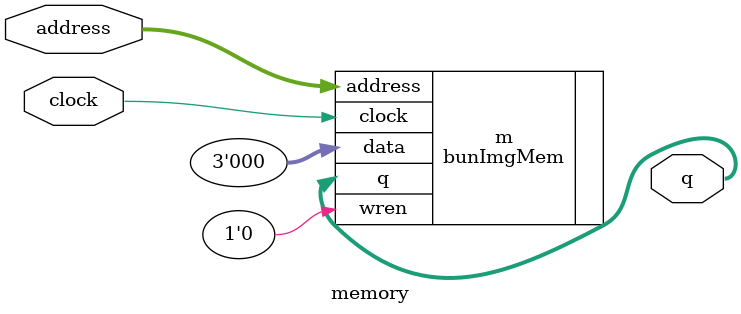
<source format=v>
module memory(input clock, input [11:0] address, output [2:0] q);

bunImgMem m(.clock(clock), .data(3'b000), .q(q), .wren(1'b0), .address(address));

endmodule

</source>
